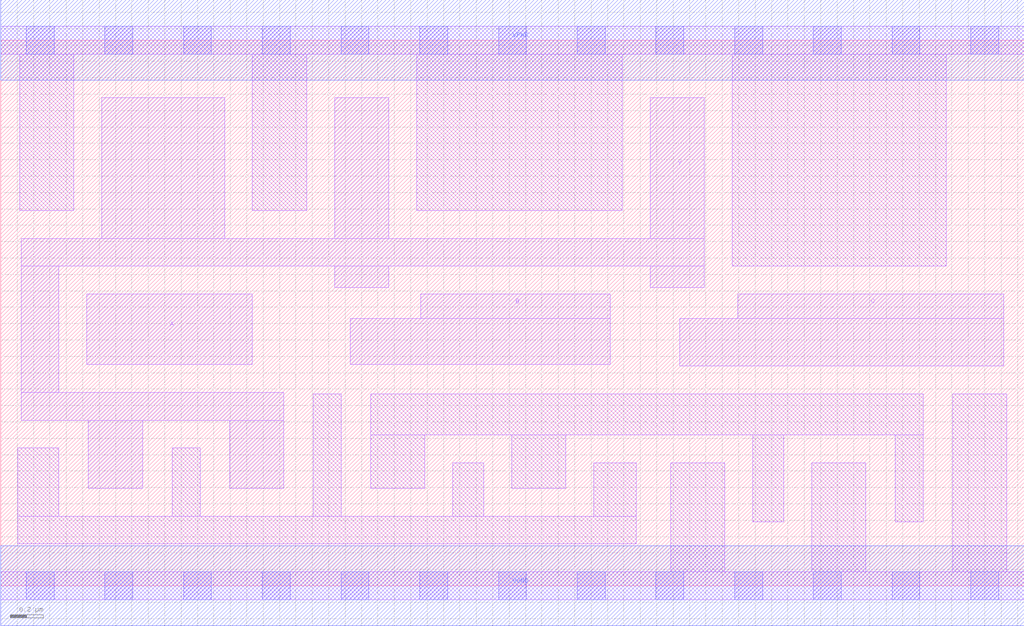
<source format=lef>
# Copyright 2020 The SkyWater PDK Authors
#
# Licensed under the Apache License, Version 2.0 (the "License");
# you may not use this file except in compliance with the License.
# You may obtain a copy of the License at
#
#     https://www.apache.org/licenses/LICENSE-2.0
#
# Unless required by applicable law or agreed to in writing, software
# distributed under the License is distributed on an "AS IS" BASIS,
# WITHOUT WARRANTIES OR CONDITIONS OF ANY KIND, either express or implied.
# See the License for the specific language governing permissions and
# limitations under the License.
#
# SPDX-License-Identifier: Apache-2.0

VERSION 5.7 ;
  NAMESCASESENSITIVE ON ;
  NOWIREEXTENSIONATPIN ON ;
  DIVIDERCHAR "/" ;
  BUSBITCHARS "[]" ;
UNITS
  DATABASE MICRONS 200 ;
END UNITS
MACRO sky130_fd_sc_ls__nand3_4
  CLASS CORE ;
  SOURCE USER ;
  FOREIGN sky130_fd_sc_ls__nand3_4 ;
  ORIGIN  0.000000  0.000000 ;
  SIZE  6.240000 BY  3.330000 ;
  SYMMETRY X Y ;
  SITE unit ;
  PIN A
    ANTENNAGATEAREA  0.780000 ;
    DIRECTION INPUT ;
    USE SIGNAL ;
    PORT
      LAYER li1 ;
        RECT 0.525000 1.350000 1.535000 1.780000 ;
    END
  END A
  PIN B
    ANTENNAGATEAREA  0.780000 ;
    DIRECTION INPUT ;
    USE SIGNAL ;
    PORT
      LAYER li1 ;
        RECT 2.130000 1.350000 3.715000 1.630000 ;
        RECT 2.560000 1.630000 3.715000 1.780000 ;
    END
  END B
  PIN C
    ANTENNAGATEAREA  0.780000 ;
    DIRECTION INPUT ;
    USE SIGNAL ;
    PORT
      LAYER li1 ;
        RECT 4.140000 1.340000 6.115000 1.630000 ;
        RECT 4.495000 1.630000 6.115000 1.780000 ;
    END
  END C
  PIN Y
    ANTENNADIFFAREA  2.004800 ;
    DIRECTION OUTPUT ;
    USE SIGNAL ;
    PORT
      LAYER li1 ;
        RECT 0.125000 1.010000 1.725000 1.180000 ;
        RECT 0.125000 1.180000 0.355000 1.950000 ;
        RECT 0.125000 1.950000 4.290000 2.120000 ;
        RECT 0.535000 0.595000 0.865000 1.010000 ;
        RECT 0.615000 2.120000 1.365000 2.980000 ;
        RECT 1.395000 0.595000 1.725000 1.010000 ;
        RECT 2.035000 1.820000 2.365000 1.950000 ;
        RECT 2.035000 2.120000 2.365000 2.980000 ;
        RECT 3.960000 1.820000 4.290000 1.950000 ;
        RECT 3.960000 2.120000 4.290000 2.980000 ;
    END
  END Y
  PIN VGND
    DIRECTION INOUT ;
    SHAPE ABUTMENT ;
    USE GROUND ;
    PORT
      LAYER met1 ;
        RECT 0.000000 -0.245000 6.240000 0.245000 ;
    END
  END VGND
  PIN VPWR
    DIRECTION INOUT ;
    SHAPE ABUTMENT ;
    USE POWER ;
    PORT
      LAYER met1 ;
        RECT 0.000000 3.085000 6.240000 3.575000 ;
    END
  END VPWR
  OBS
    LAYER li1 ;
      RECT 0.000000 -0.085000 6.240000 0.085000 ;
      RECT 0.000000  3.245000 6.240000 3.415000 ;
      RECT 0.105000  0.255000 3.875000 0.425000 ;
      RECT 0.105000  0.425000 0.355000 0.840000 ;
      RECT 0.115000  2.290000 0.445000 3.245000 ;
      RECT 1.045000  0.425000 1.215000 0.840000 ;
      RECT 1.535000  2.290000 1.865000 3.245000 ;
      RECT 1.905000  0.425000 2.075000 1.170000 ;
      RECT 2.255000  0.595000 2.585000 0.920000 ;
      RECT 2.255000  0.920000 5.625000 1.170000 ;
      RECT 2.535000  2.290000 3.790000 3.245000 ;
      RECT 2.755000  0.425000 2.945000 0.750000 ;
      RECT 3.115000  0.595000 3.445000 0.920000 ;
      RECT 3.615000  0.425000 3.875000 0.750000 ;
      RECT 4.085000  0.085000 4.415000 0.750000 ;
      RECT 4.460000  1.950000 5.765000 3.245000 ;
      RECT 4.585000  0.390000 4.775000 0.920000 ;
      RECT 4.945000  0.085000 5.275000 0.750000 ;
      RECT 5.455000  0.390000 5.625000 0.920000 ;
      RECT 5.805000  0.085000 6.135000 1.170000 ;
    LAYER mcon ;
      RECT 0.155000 -0.085000 0.325000 0.085000 ;
      RECT 0.155000  3.245000 0.325000 3.415000 ;
      RECT 0.635000 -0.085000 0.805000 0.085000 ;
      RECT 0.635000  3.245000 0.805000 3.415000 ;
      RECT 1.115000 -0.085000 1.285000 0.085000 ;
      RECT 1.115000  3.245000 1.285000 3.415000 ;
      RECT 1.595000 -0.085000 1.765000 0.085000 ;
      RECT 1.595000  3.245000 1.765000 3.415000 ;
      RECT 2.075000 -0.085000 2.245000 0.085000 ;
      RECT 2.075000  3.245000 2.245000 3.415000 ;
      RECT 2.555000 -0.085000 2.725000 0.085000 ;
      RECT 2.555000  3.245000 2.725000 3.415000 ;
      RECT 3.035000 -0.085000 3.205000 0.085000 ;
      RECT 3.035000  3.245000 3.205000 3.415000 ;
      RECT 3.515000 -0.085000 3.685000 0.085000 ;
      RECT 3.515000  3.245000 3.685000 3.415000 ;
      RECT 3.995000 -0.085000 4.165000 0.085000 ;
      RECT 3.995000  3.245000 4.165000 3.415000 ;
      RECT 4.475000 -0.085000 4.645000 0.085000 ;
      RECT 4.475000  3.245000 4.645000 3.415000 ;
      RECT 4.955000 -0.085000 5.125000 0.085000 ;
      RECT 4.955000  3.245000 5.125000 3.415000 ;
      RECT 5.435000 -0.085000 5.605000 0.085000 ;
      RECT 5.435000  3.245000 5.605000 3.415000 ;
      RECT 5.915000 -0.085000 6.085000 0.085000 ;
      RECT 5.915000  3.245000 6.085000 3.415000 ;
  END
END sky130_fd_sc_ls__nand3_4
END LIBRARY

</source>
